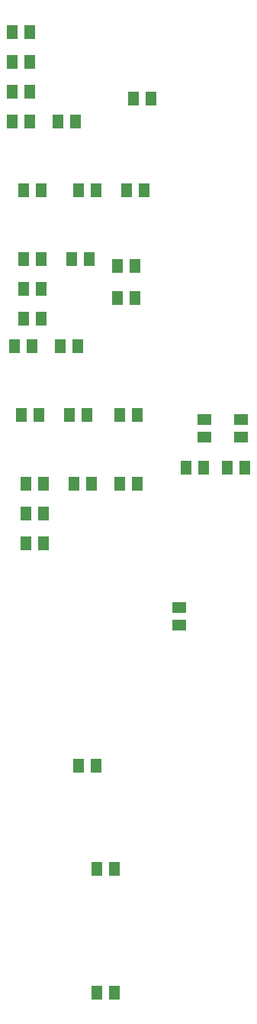
<source format=gbr>
%TF.GenerationSoftware,KiCad,Pcbnew,8.0.2*%
%TF.CreationDate,2024-05-21T21:49:38+01:00*%
%TF.ProjectId,3ch mix 1.6,33636820-6d69-4782-9031-2e362e6b6963,rev?*%
%TF.SameCoordinates,Original*%
%TF.FileFunction,Paste,Bot*%
%TF.FilePolarity,Positive*%
%FSLAX46Y46*%
G04 Gerber Fmt 4.6, Leading zero omitted, Abs format (unit mm)*
G04 Created by KiCad (PCBNEW 8.0.2) date 2024-05-21 21:49:38*
%MOMM*%
%LPD*%
G01*
G04 APERTURE LIST*
%ADD10R,1.300000X1.600000*%
%ADD11R,1.600000X1.300000*%
G04 APERTURE END LIST*
D10*
%TO.C,R21*%
X139073100Y-69071600D03*
X137073100Y-69071600D03*
%TD*%
%TO.C,R20*%
X137073100Y-76691600D03*
X139073100Y-76691600D03*
%TD*%
%TO.C,R17*%
X149487100Y-77453600D03*
X147487100Y-77453600D03*
%TD*%
D11*
%TO.C,R2*%
X161187100Y-94487600D03*
X161187100Y-96487600D03*
%TD*%
D10*
%TO.C,C5*%
X143137100Y-86343600D03*
X141137100Y-86343600D03*
%TD*%
%TO.C,R11*%
X143169100Y-69071600D03*
X145169100Y-69071600D03*
%TD*%
%TO.C,R23*%
X137803100Y-58149600D03*
X135803100Y-58149600D03*
%TD*%
%TO.C,C11*%
X151265100Y-58911600D03*
X149265100Y-58911600D03*
%TD*%
%TO.C,R16*%
X137327100Y-108187600D03*
X139327100Y-108187600D03*
%TD*%
%TO.C,C12*%
X137803100Y-61451600D03*
X135803100Y-61451600D03*
%TD*%
D11*
%TO.C,R1*%
X157123100Y-94487600D03*
X157123100Y-96487600D03*
%TD*%
D10*
%TO.C,R10*%
X144153100Y-93963600D03*
X142153100Y-93963600D03*
%TD*%
%TO.C,R18*%
X137073100Y-83295600D03*
X139073100Y-83295600D03*
%TD*%
%TO.C,R9*%
X149487100Y-81009600D03*
X147487100Y-81009600D03*
%TD*%
%TO.C,R7*%
X149741100Y-101583600D03*
X147741100Y-101583600D03*
%TD*%
%TO.C,R14*%
X148503100Y-69071600D03*
X150503100Y-69071600D03*
%TD*%
%TO.C,R13*%
X138819100Y-93963600D03*
X136819100Y-93963600D03*
%TD*%
%TO.C,R4*%
X145169100Y-132825600D03*
X143169100Y-132825600D03*
%TD*%
D11*
%TO.C,R3*%
X154329100Y-117315600D03*
X154329100Y-115315600D03*
%TD*%
D10*
%TO.C,R5*%
X147201100Y-144255600D03*
X145201100Y-144255600D03*
%TD*%
%TO.C,C2*%
X159679100Y-99805600D03*
X161679100Y-99805600D03*
%TD*%
%TO.C,C6*%
X142661100Y-101583600D03*
X144661100Y-101583600D03*
%TD*%
%TO.C,R6*%
X147201100Y-157971600D03*
X145201100Y-157971600D03*
%TD*%
%TO.C,R12*%
X137327100Y-101583600D03*
X139327100Y-101583600D03*
%TD*%
%TO.C,R15*%
X139327100Y-104885600D03*
X137327100Y-104885600D03*
%TD*%
%TO.C,R8*%
X149741100Y-93963600D03*
X147741100Y-93963600D03*
%TD*%
%TO.C,C10*%
X136057100Y-86343600D03*
X138057100Y-86343600D03*
%TD*%
%TO.C,C1*%
X155107100Y-99805600D03*
X157107100Y-99805600D03*
%TD*%
%TO.C,R22*%
X135803100Y-51545600D03*
X137803100Y-51545600D03*
%TD*%
%TO.C,R24*%
X137803100Y-54847600D03*
X135803100Y-54847600D03*
%TD*%
%TO.C,C7*%
X142883100Y-61451600D03*
X140883100Y-61451600D03*
%TD*%
%TO.C,C8*%
X142407100Y-76691600D03*
X144407100Y-76691600D03*
%TD*%
%TO.C,R19*%
X137073100Y-79993600D03*
X139073100Y-79993600D03*
%TD*%
M02*

</source>
